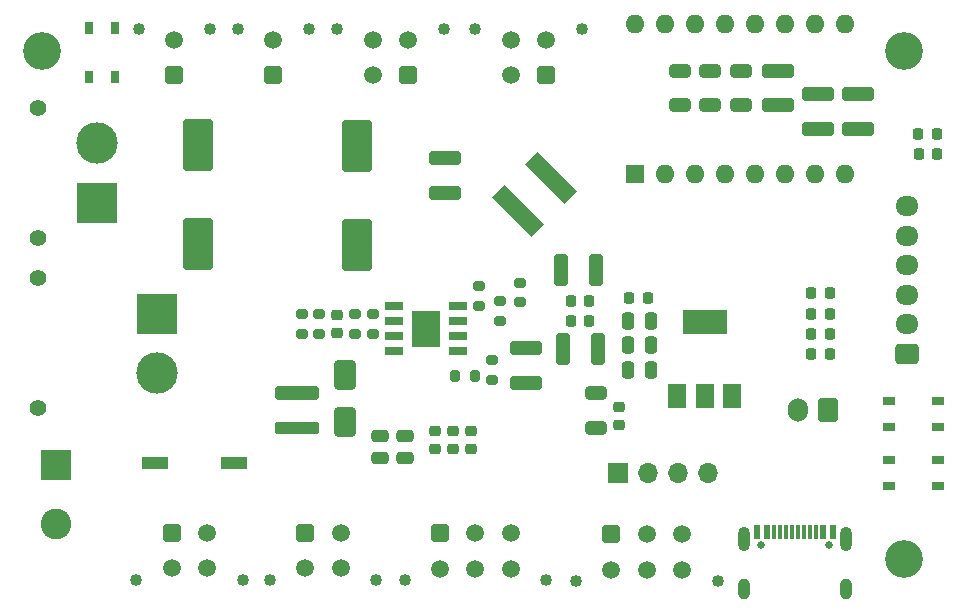
<source format=gbr>
%TF.GenerationSoftware,KiCad,Pcbnew,7.0.11-7.0.11~ubuntu22.04.1*%
%TF.CreationDate,2024-06-11T15:13:17+02:00*%
%TF.ProjectId,sdrac_board,73647261-635f-4626-9f61-72642e6b6963,2.0*%
%TF.SameCoordinates,Original*%
%TF.FileFunction,Soldermask,Top*%
%TF.FilePolarity,Negative*%
%FSLAX46Y46*%
G04 Gerber Fmt 4.6, Leading zero omitted, Abs format (unit mm)*
G04 Created by KiCad (PCBNEW 7.0.11-7.0.11~ubuntu22.04.1) date 2024-06-11 15:13:17*
%MOMM*%
%LPD*%
G01*
G04 APERTURE LIST*
G04 Aperture macros list*
%AMRoundRect*
0 Rectangle with rounded corners*
0 $1 Rounding radius*
0 $2 $3 $4 $5 $6 $7 $8 $9 X,Y pos of 4 corners*
0 Add a 4 corners polygon primitive as box body*
4,1,4,$2,$3,$4,$5,$6,$7,$8,$9,$2,$3,0*
0 Add four circle primitives for the rounded corners*
1,1,$1+$1,$2,$3*
1,1,$1+$1,$4,$5*
1,1,$1+$1,$6,$7*
1,1,$1+$1,$8,$9*
0 Add four rect primitives between the rounded corners*
20,1,$1+$1,$2,$3,$4,$5,0*
20,1,$1+$1,$4,$5,$6,$7,0*
20,1,$1+$1,$6,$7,$8,$9,0*
20,1,$1+$1,$8,$9,$2,$3,0*%
%AMRotRect*
0 Rectangle, with rotation*
0 The origin of the aperture is its center*
0 $1 length*
0 $2 width*
0 $3 Rotation angle, in degrees counterclockwise*
0 Add horizontal line*
21,1,$1,$2,0,0,$3*%
G04 Aperture macros list end*
%ADD10RoundRect,0.200000X0.275000X-0.200000X0.275000X0.200000X-0.275000X0.200000X-0.275000X-0.200000X0*%
%ADD11C,1.020000*%
%ADD12RoundRect,0.250001X-0.499999X-0.499999X0.499999X-0.499999X0.499999X0.499999X-0.499999X0.499999X0*%
%ADD13C,1.500000*%
%ADD14R,1.500000X2.000000*%
%ADD15R,3.800000X2.000000*%
%ADD16C,1.400000*%
%ADD17R,3.500000X3.500000*%
%ADD18C,3.500000*%
%ADD19RoundRect,0.250001X0.499999X0.499999X-0.499999X0.499999X-0.499999X-0.499999X0.499999X-0.499999X0*%
%ADD20R,2.160000X1.120000*%
%ADD21RoundRect,0.218750X0.218750X0.256250X-0.218750X0.256250X-0.218750X-0.256250X0.218750X-0.256250X0*%
%ADD22RoundRect,0.250000X-1.000000X1.950000X-1.000000X-1.950000X1.000000X-1.950000X1.000000X1.950000X0*%
%ADD23RoundRect,0.200000X-0.275000X0.200000X-0.275000X-0.200000X0.275000X-0.200000X0.275000X0.200000X0*%
%ADD24RoundRect,0.225000X0.250000X-0.225000X0.250000X0.225000X-0.250000X0.225000X-0.250000X-0.225000X0*%
%ADD25RoundRect,0.250000X0.650000X-0.325000X0.650000X0.325000X-0.650000X0.325000X-0.650000X-0.325000X0*%
%ADD26RoundRect,0.250000X1.100000X-0.325000X1.100000X0.325000X-1.100000X0.325000X-1.100000X-0.325000X0*%
%ADD27RoundRect,0.250000X-1.100000X0.325000X-1.100000X-0.325000X1.100000X-0.325000X1.100000X0.325000X0*%
%ADD28RoundRect,0.250000X-0.325000X-1.100000X0.325000X-1.100000X0.325000X1.100000X-0.325000X1.100000X0*%
%ADD29R,0.650000X1.050000*%
%ADD30R,1.050000X0.650000*%
%ADD31RoundRect,0.250000X0.475000X-0.250000X0.475000X0.250000X-0.475000X0.250000X-0.475000X-0.250000X0*%
%ADD32RoundRect,0.225000X-0.225000X-0.250000X0.225000X-0.250000X0.225000X0.250000X-0.225000X0.250000X0*%
%ADD33RoundRect,0.250000X-0.650000X1.000000X-0.650000X-1.000000X0.650000X-1.000000X0.650000X1.000000X0*%
%ADD34C,3.200000*%
%ADD35R,1.525000X0.650000*%
%ADD36R,2.400000X3.100000*%
%ADD37RoundRect,0.250000X0.250000X0.475000X-0.250000X0.475000X-0.250000X-0.475000X0.250000X-0.475000X0*%
%ADD38R,1.700000X1.700000*%
%ADD39O,1.700000X1.700000*%
%ADD40C,0.650000*%
%ADD41R,0.600000X1.240000*%
%ADD42R,0.300000X1.240000*%
%ADD43O,1.000000X2.100000*%
%ADD44O,1.000000X1.800000*%
%ADD45RotRect,1.500000X4.700000X225.000000*%
%ADD46RoundRect,0.200000X0.200000X0.275000X-0.200000X0.275000X-0.200000X-0.275000X0.200000X-0.275000X0*%
%ADD47RoundRect,0.250000X0.725000X-0.600000X0.725000X0.600000X-0.725000X0.600000X-0.725000X-0.600000X0*%
%ADD48O,1.950000X1.700000*%
%ADD49RoundRect,0.250000X-1.625000X0.312500X-1.625000X-0.312500X1.625000X-0.312500X1.625000X0.312500X0*%
%ADD50RoundRect,0.242778X-1.632222X0.303472X-1.632222X-0.303472X1.632222X-0.303472X1.632222X0.303472X0*%
%ADD51R,2.600000X2.600000*%
%ADD52C,2.600000*%
%ADD53RoundRect,0.225000X0.225000X0.250000X-0.225000X0.250000X-0.225000X-0.250000X0.225000X-0.250000X0*%
%ADD54R,1.600000X1.600000*%
%ADD55O,1.600000X1.600000*%
%ADD56RoundRect,0.225000X-0.250000X0.225000X-0.250000X-0.225000X0.250000X-0.225000X0.250000X0.225000X0*%
%ADD57RoundRect,0.250000X0.600000X0.750000X-0.600000X0.750000X-0.600000X-0.750000X0.600000X-0.750000X0*%
%ADD58O,1.700000X2.000000*%
G04 APERTURE END LIST*
D10*
%TO.C,R28*%
X43000000Y-17325000D03*
X43000000Y-15675000D03*
%TD*%
D11*
%TO.C,U4*%
X10500000Y-40820000D03*
X19500000Y-40820000D03*
D12*
X13500000Y-36880000D03*
D13*
X16500000Y-36880000D03*
X13500000Y-39880000D03*
X16500000Y-39880000D03*
%TD*%
D10*
%TO.C,R29*%
X39500000Y-17625000D03*
X39500000Y-15975000D03*
%TD*%
D14*
%TO.C,U6*%
X56300000Y-25300000D03*
X58600000Y-25300000D03*
D15*
X58600000Y-19000000D03*
D14*
X60900000Y-25300000D03*
%TD*%
D16*
%TO.C,J6*%
X2150000Y-11900000D03*
X2150000Y-900000D03*
D17*
X7150000Y-8900000D03*
D18*
X7150000Y-3900000D03*
%TD*%
D11*
%TO.C,J8*%
X48200000Y5820000D03*
X39200000Y5820000D03*
D19*
X45200000Y1880000D03*
D13*
X42200000Y1880000D03*
X45200000Y4880000D03*
X42200000Y4880000D03*
%TD*%
D20*
%TO.C,SW4*%
X18765000Y-30973000D03*
X12035000Y-30973000D03*
%TD*%
D21*
%TO.C,D6*%
X69187500Y-16600000D03*
X67612500Y-16600000D03*
%TD*%
D22*
%TO.C,C16*%
X29200000Y-4100000D03*
X29200000Y-12500000D03*
%TD*%
D16*
%TO.C,J5*%
X2200000Y-26300000D03*
X2200000Y-15300000D03*
D17*
X12200000Y-18300000D03*
D18*
X12200000Y-23300000D03*
%TD*%
D10*
%TO.C,R30*%
X24500000Y-20025000D03*
X24500000Y-18375000D03*
%TD*%
D23*
%TO.C,C35*%
X30500000Y-18375000D03*
X30500000Y-20025000D03*
%TD*%
D24*
%TO.C,C33*%
X37300000Y-29775000D03*
X37300000Y-28225000D03*
%TD*%
D25*
%TO.C,C43*%
X59100000Y-675000D03*
X59100000Y2275000D03*
%TD*%
D26*
%TO.C,C47*%
X71600000Y-2675000D03*
X71600000Y275000D03*
%TD*%
D11*
%TO.C,J12*%
X33200000Y-40840000D03*
X45200000Y-40840000D03*
D12*
X36200000Y-36900000D03*
D13*
X39200000Y-36900000D03*
X42200000Y-36900000D03*
X36200000Y-39900000D03*
X39200000Y-39900000D03*
X42200000Y-39900000D03*
%TD*%
D21*
%TO.C,D3*%
X69187500Y-20000000D03*
X67612500Y-20000000D03*
%TD*%
D23*
%TO.C,C25*%
X40600000Y-22275000D03*
X40600000Y-23925000D03*
%TD*%
D27*
%TO.C,C23*%
X36600000Y-5125000D03*
X36600000Y-8075000D03*
%TD*%
D25*
%TO.C,C17*%
X49400000Y-27975000D03*
X49400000Y-25025000D03*
%TD*%
D28*
%TO.C,C29*%
X46625000Y-21300000D03*
X49575000Y-21300000D03*
%TD*%
D24*
%TO.C,C34*%
X38800000Y-29775000D03*
X38800000Y-28225000D03*
%TD*%
D29*
%TO.C,SW2*%
X6525000Y1725000D03*
X6525000Y5875000D03*
X8675000Y1725000D03*
X8675000Y5875000D03*
%TD*%
D25*
%TO.C,C44*%
X61700000Y-675000D03*
X61700000Y2275000D03*
%TD*%
D30*
%TO.C,SW1*%
X78375000Y-27875000D03*
X74225000Y-27875000D03*
X78375000Y-25725000D03*
X74225000Y-25725000D03*
%TD*%
D31*
%TO.C,C30*%
X33200000Y-30550000D03*
X33200000Y-28650000D03*
%TD*%
D24*
%TO.C,C18*%
X51400000Y-27775000D03*
X51400000Y-26225000D03*
%TD*%
D27*
%TO.C,C28*%
X43500000Y-21225000D03*
X43500000Y-24175000D03*
%TD*%
D32*
%TO.C,C27*%
X47300000Y-18900000D03*
X48850000Y-18900000D03*
%TD*%
D22*
%TO.C,C15*%
X15700000Y-4000000D03*
X15700000Y-12400000D03*
%TD*%
D26*
%TO.C,C46*%
X68200000Y-2675000D03*
X68200000Y275000D03*
%TD*%
D10*
%TO.C,R26*%
X41300000Y-18925000D03*
X41300000Y-17275000D03*
%TD*%
D23*
%TO.C,R31*%
X29000000Y-18375000D03*
X29000000Y-20025000D03*
%TD*%
D33*
%TO.C,D7*%
X28200000Y-23500000D03*
X28200000Y-27500000D03*
%TD*%
D30*
%TO.C,SW3*%
X74225000Y-30725000D03*
X78375000Y-30725000D03*
X74225000Y-32875000D03*
X78375000Y-32875000D03*
%TD*%
D34*
%TO.C,H1*%
X2500000Y3900000D03*
%TD*%
D10*
%TO.C,R27*%
X26000000Y-20025000D03*
X26000000Y-18375000D03*
%TD*%
D11*
%TO.C,J11*%
X47700000Y-40920000D03*
X59700000Y-40920000D03*
D12*
X50700000Y-36980000D03*
D13*
X53700000Y-36980000D03*
X56700000Y-36980000D03*
X50700000Y-39980000D03*
X53700000Y-39980000D03*
X56700000Y-39980000D03*
%TD*%
D35*
%TO.C,IC1*%
X37712000Y-21505000D03*
X37712000Y-20235000D03*
X37712000Y-18965000D03*
X37712000Y-17695000D03*
X32288000Y-17695000D03*
X32288000Y-18965000D03*
X32288000Y-20235000D03*
X32288000Y-21505000D03*
D36*
X35000000Y-19600000D03*
%TD*%
D32*
%TO.C,C26*%
X47300000Y-17200000D03*
X48850000Y-17200000D03*
%TD*%
D24*
%TO.C,C32*%
X35800000Y-29775000D03*
X35800000Y-28225000D03*
%TD*%
D11*
%TO.C,U5*%
X21800000Y-40820000D03*
X30800000Y-40820000D03*
D12*
X24800000Y-36880000D03*
D13*
X27800000Y-36880000D03*
X24800000Y-39880000D03*
X27800000Y-39880000D03*
%TD*%
D37*
%TO.C,C21*%
X54050000Y-23100000D03*
X52150000Y-23100000D03*
%TD*%
D38*
%TO.C,J1*%
X51300000Y-31800000D03*
D39*
X53840000Y-31800000D03*
X56380000Y-31800000D03*
X58920000Y-31800000D03*
%TD*%
D40*
%TO.C,J9*%
X63360000Y-37920000D03*
X69140000Y-37920000D03*
D41*
X63050000Y-36800000D03*
X63850000Y-36800000D03*
D42*
X65000000Y-36800000D03*
X66000000Y-36800000D03*
X66500000Y-36800000D03*
X67500000Y-36800000D03*
D41*
X68650000Y-36800000D03*
X69450000Y-36800000D03*
X69450000Y-36800000D03*
X68650000Y-36800000D03*
D42*
X68000000Y-36800000D03*
X67000000Y-36800000D03*
X65500000Y-36800000D03*
X64500000Y-36800000D03*
D41*
X63850000Y-36800000D03*
X63050000Y-36800000D03*
D43*
X61930000Y-37400000D03*
D44*
X61930000Y-41600000D03*
D43*
X70570000Y-37400000D03*
D44*
X70570000Y-41600000D03*
%TD*%
D11*
%TO.C,J7*%
X36500000Y5820000D03*
X27500000Y5820000D03*
D19*
X33500000Y1880000D03*
D13*
X30500000Y1880000D03*
X33500000Y4880000D03*
X30500000Y4880000D03*
%TD*%
D31*
%TO.C,C31*%
X31100000Y-30550000D03*
X31100000Y-28650000D03*
%TD*%
D45*
%TO.C,L1*%
X45614214Y-6785786D03*
X42785786Y-9614214D03*
%TD*%
D34*
%TO.C,H2*%
X75500000Y3900000D03*
%TD*%
D46*
%TO.C,R25*%
X39125000Y-23600000D03*
X37475000Y-23600000D03*
%TD*%
D47*
%TO.C,J3*%
X75700000Y-21700000D03*
D48*
X75700000Y-19200000D03*
X75700000Y-16700000D03*
X75700000Y-14200000D03*
X75700000Y-11700000D03*
X75700000Y-9200000D03*
%TD*%
D21*
%TO.C,D9*%
X78300000Y-4800000D03*
X76725000Y-4800000D03*
%TD*%
%TO.C,D8*%
X78287500Y-3100000D03*
X76712500Y-3100000D03*
%TD*%
%TO.C,D4*%
X69187500Y-21700000D03*
X67612500Y-21700000D03*
%TD*%
D34*
%TO.C,H3*%
X75500000Y-39100000D03*
%TD*%
D49*
%TO.C,L2*%
X24092000Y-25004000D03*
D50*
X24082000Y-28020250D03*
%TD*%
D51*
%TO.C,J4*%
X3695000Y-31100000D03*
D52*
X3695000Y-36100000D03*
%TD*%
D28*
%TO.C,C24*%
X46425000Y-14600000D03*
X49375000Y-14600000D03*
%TD*%
D53*
%TO.C,C19*%
X53775000Y-17000000D03*
X52225000Y-17000000D03*
%TD*%
D37*
%TO.C,C22*%
X54050000Y-18900000D03*
X52150000Y-18900000D03*
%TD*%
D54*
%TO.C,A1*%
X52680000Y-6500000D03*
D55*
X55220000Y-6500000D03*
X57760000Y-6500000D03*
X60300000Y-6500000D03*
X62840000Y-6500000D03*
X65380000Y-6500000D03*
X67920000Y-6500000D03*
X70460000Y-6500000D03*
X70460000Y6200000D03*
X67920000Y6200000D03*
X65380000Y6200000D03*
X62840000Y6200000D03*
X60300000Y6200000D03*
X57760000Y6200000D03*
X55220000Y6200000D03*
X52680000Y6200000D03*
%TD*%
D11*
%TO.C,J10*%
X25100000Y5820000D03*
X19100000Y5820000D03*
D19*
X22100000Y1880000D03*
D13*
X22100000Y4880000D03*
%TD*%
D56*
%TO.C,C36*%
X27500000Y-18425000D03*
X27500000Y-19975000D03*
%TD*%
D11*
%TO.C,J13*%
X16700000Y5820000D03*
X10700000Y5820000D03*
D19*
X13700000Y1880000D03*
D13*
X13700000Y4880000D03*
%TD*%
D37*
%TO.C,C20*%
X54050000Y-21000000D03*
X52150000Y-21000000D03*
%TD*%
D21*
%TO.C,D5*%
X69187500Y-18300000D03*
X67612500Y-18300000D03*
%TD*%
D25*
%TO.C,C42*%
X56500000Y-675000D03*
X56500000Y2275000D03*
%TD*%
D57*
%TO.C,J2*%
X69050000Y-26425000D03*
D58*
X66550000Y-26425000D03*
%TD*%
D26*
%TO.C,C45*%
X64800000Y-675000D03*
X64800000Y2275000D03*
%TD*%
M02*

</source>
